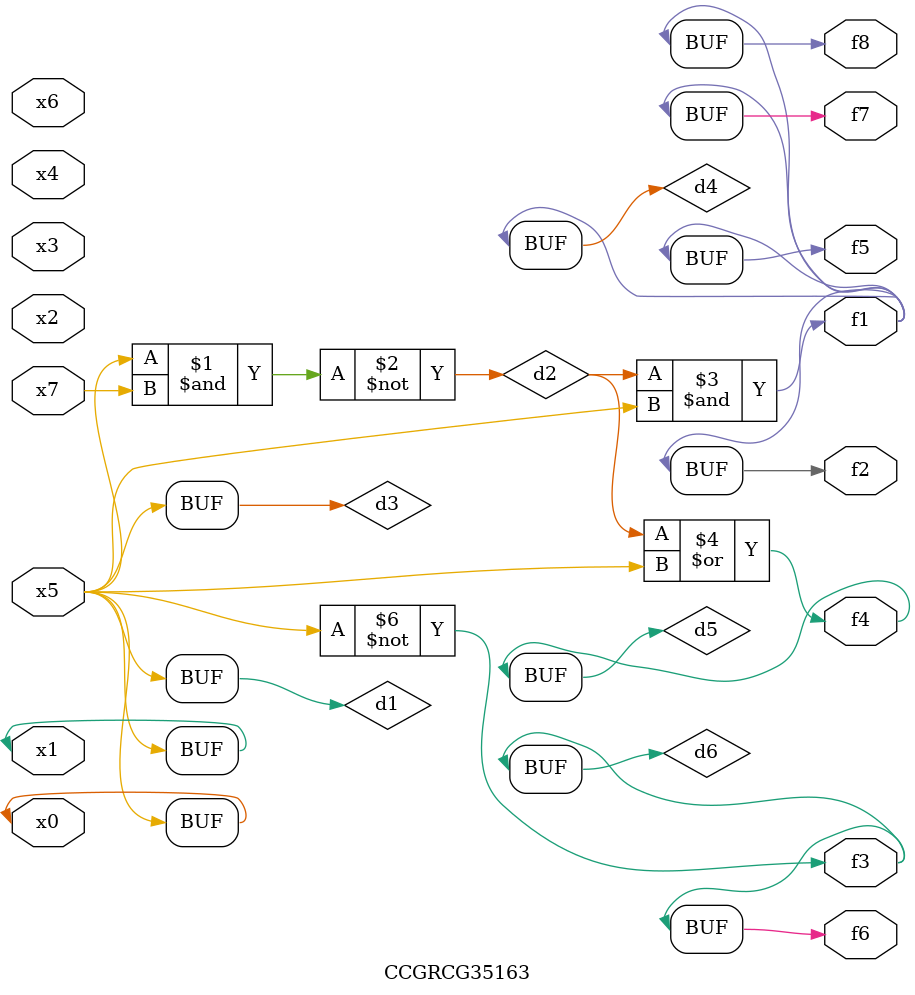
<source format=v>
module CCGRCG35163(
	input x0, x1, x2, x3, x4, x5, x6, x7,
	output f1, f2, f3, f4, f5, f6, f7, f8
);

	wire d1, d2, d3, d4, d5, d6;

	buf (d1, x0, x5);
	nand (d2, x5, x7);
	buf (d3, x0, x1);
	and (d4, d2, d3);
	or (d5, d2, d3);
	nor (d6, d1, d3);
	assign f1 = d4;
	assign f2 = d4;
	assign f3 = d6;
	assign f4 = d5;
	assign f5 = d4;
	assign f6 = d6;
	assign f7 = d4;
	assign f8 = d4;
endmodule

</source>
